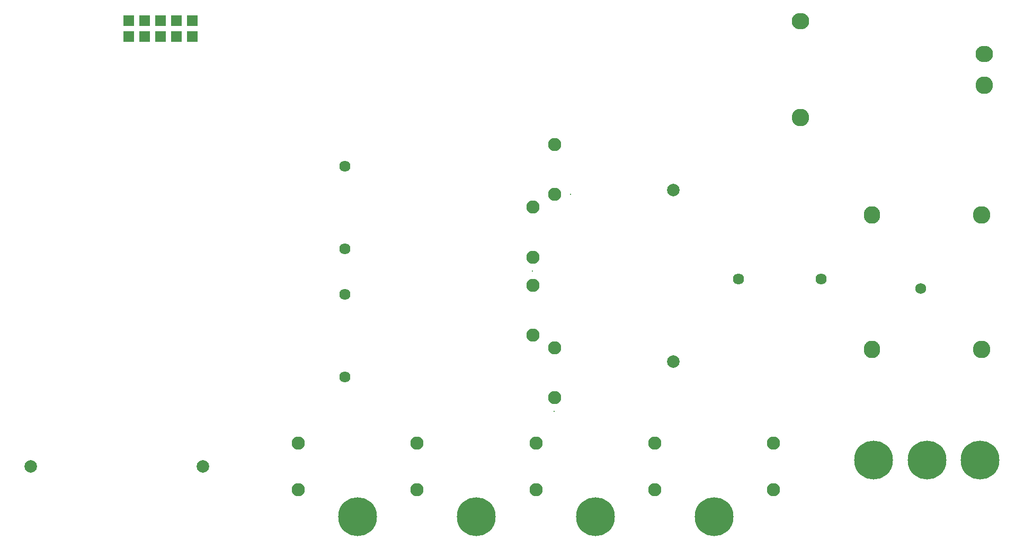
<source format=gbs>
G04*
G04 #@! TF.GenerationSoftware,Altium Limited,Altium Designer,18.1.7 (191)*
G04*
G04 Layer_Color=16711935*
%FSLAX44Y44*%
%MOMM*%
G71*
G01*
G75*
%ADD68C,0.2032*%
%ADD69C,6.2032*%
%ADD70C,2.1032*%
%ADD71R,1.8032X1.8032*%
%ADD72C,1.7272*%
%ADD73C,2.0032*%
%ADD74C,1.7932*%
%ADD75O,2.8032X2.6032*%
%ADD76C,2.8032*%
%ADD77O,2.6032X2.8032*%
D68*
X1389000Y278000D02*
D03*
X1415000Y625000D02*
D03*
X1354000Y503000D02*
D03*
D69*
X1265000Y110000D02*
D03*
X1075000D02*
D03*
X1455000D02*
D03*
X1645000D02*
D03*
X2070000Y200000D02*
D03*
X1985000D02*
D03*
X1900000D02*
D03*
D70*
X1360000Y152500D02*
D03*
Y227500D02*
D03*
X1740000Y152500D02*
D03*
Y227500D02*
D03*
X1550000Y152500D02*
D03*
Y227500D02*
D03*
X1170000Y152500D02*
D03*
Y227500D02*
D03*
X980000Y152500D02*
D03*
Y227500D02*
D03*
X1355000Y480000D02*
D03*
Y400000D02*
D03*
Y525000D02*
D03*
Y605000D02*
D03*
X1390000Y300000D02*
D03*
Y380000D02*
D03*
Y705000D02*
D03*
Y625000D02*
D03*
D71*
X810800Y902700D02*
D03*
X785400D02*
D03*
X760000D02*
D03*
X734600D02*
D03*
X709200D02*
D03*
Y877300D02*
D03*
X734600D02*
D03*
X760000D02*
D03*
X785400D02*
D03*
X810800D02*
D03*
D72*
X1975000Y475000D02*
D03*
D73*
X827500Y190000D02*
D03*
X552500D02*
D03*
X1580000Y632500D02*
D03*
Y357500D02*
D03*
D74*
X1055000Y332920D02*
D03*
Y465000D02*
D03*
Y670000D02*
D03*
Y537920D02*
D03*
X1683960Y490000D02*
D03*
X1816040D02*
D03*
D75*
X1783000Y902000D02*
D03*
X2077000Y850000D02*
D03*
D76*
X1783000Y748000D02*
D03*
X2077000Y800000D02*
D03*
X2072500Y377500D02*
D03*
Y592500D02*
D03*
D77*
X1897500Y377500D02*
D03*
Y592500D02*
D03*
M02*

</source>
